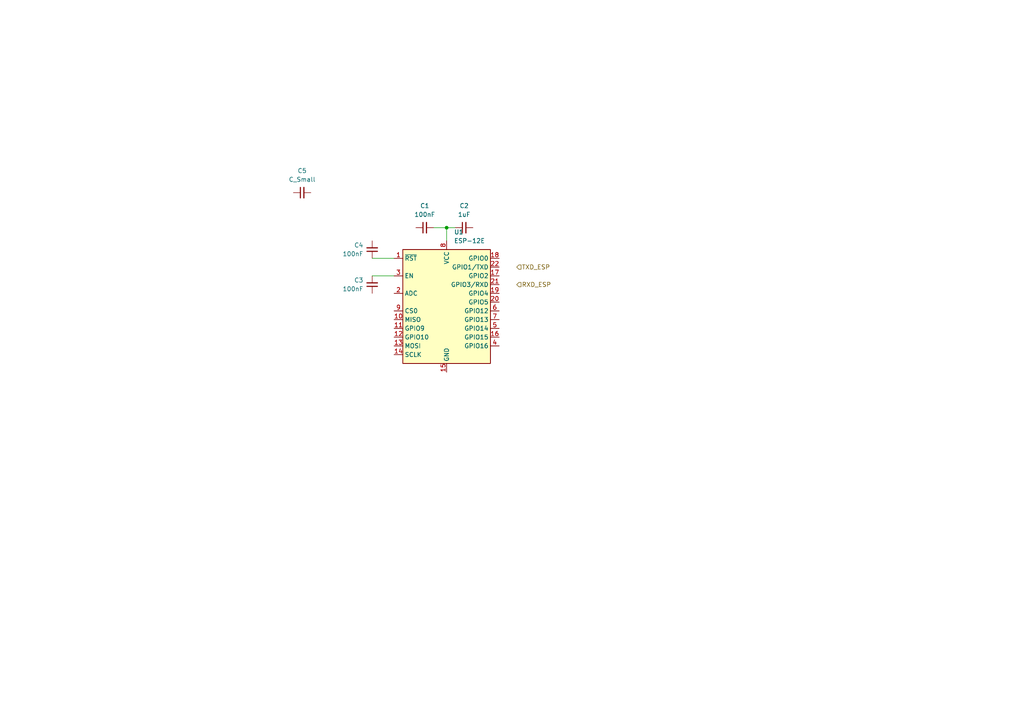
<source format=kicad_sch>
(kicad_sch (version 20250114) (generator "eeschema") (generator_version "9.0")
  (paper "A4")
  (lib_symbols
    (symbol "Device:C_Small" (pin_numbers (hide yes)) (pin_names (offset 0.254) (hide yes))
      (property "Reference" "C" (at 0.254 1.778 0))
      (property "Value" "C_Small" (at 0.254 -2.032 0))
      (symbol "C_Small_0_1"
        (polyline (pts (xy -1.524 0.508) (xy 1.524 0.508)) (stroke (width 0.3048)))
        (polyline (pts (xy -1.524 -0.508) (xy 1.524 -0.508)) (stroke (width 0.3302)))
      )
      (symbol "C_Small_1_1"
        (pin passive line (at 0 2.54 270) (length 2.032) (name "~") (number "1"))
        (pin passive line (at 0 -2.54 90) (length 2.032) (name "~") (number "2"))
      )
    )
    (symbol "RF_Module:ESP-12E"
      (property "Reference" "U" (at -12.7 19.05 0))
      (property "Value" "ESP-12E" (at 12.7 19.05 0))
      (symbol "ESP-12E_0_1"
        (rectangle (start -12.7 17.78) (end 12.7 -15.24) (stroke (width 0.254)) (fill (type background)))
      )
      (symbol "ESP-12E_1_1"
        (pin input line (at -15.24 15.24 0) (length 2.54) (name "~{RST}") (number "1"))
        (pin input line (at -15.24 10.16 0) (length 2.54) (name "EN") (number "3"))
        (pin input line (at -15.24 5.08 0) (length 2.54) (name "ADC") (number "2"))
        (pin input line (at -15.24 0 0) (length 2.54) (name "CS0") (number "9"))
        (pin bidirectional line (at -15.24 -2.54 0) (length 2.54) (name "MISO") (number "10"))
        (pin bidirectional line (at -15.24 -5.08 0) (length 2.54) (name "GPIO9") (number "11"))
        (pin bidirectional line (at -15.24 -7.62 0) (length 2.54) (name "GPIO10") (number "12"))
        (pin bidirectional line (at -15.24 -10.16 0) (length 2.54) (name "MOSI") (number "13"))
        (pin bidirectional line (at -15.24 -12.7 0) (length 2.54) (name "SCLK") (number "14"))
        (pin power_in line (at 0 20.32 270) (length 2.54) (name "VCC") (number "8"))
        (pin power_in line (at 0 -17.78 90) (length 2.54) (name "GND") (number "15"))
        (pin bidirectional line (at 15.24 15.24 180) (length 2.54) (name "GPIO0") (number "18"))
        (pin bidirectional line (at 15.24 12.7 180) (length 2.54) (name "GPIO1/TXD") (number "22"))
        (pin bidirectional line (at 15.24 10.16 180) (length 2.54) (name "GPIO2") (number "17"))
        (pin bidirectional line (at 15.24 7.62 180) (length 2.54) (name "GPIO3/RXD") (number "21"))
        (pin bidirectional line (at 15.24 5.08 180) (length 2.54) (name "GPIO4") (number "19"))
        (pin bidirectional line (at 15.24 2.54 180) (length 2.54) (name "GPIO5") (number "20"))
        (pin bidirectional line (at 15.24 0 180) (length 2.54) (name "GPIO12") (number "6"))
        (pin bidirectional line (at 15.24 -2.54 180) (length 2.54) (name "GPIO13") (number "7"))
        (pin bidirectional line (at 15.24 -5.08 180) (length 2.54) (name "GPIO14") (number "5"))
        (pin bidirectional line (at 15.24 -7.62 180) (length 2.54) (name "GPIO15") (number "16"))
        (pin bidirectional line (at 15.24 -10.16 180) (length 2.54) (name "GPIO16") (number "4"))
      )
    )
  )
  (junction (at 129.54 66.04))
  (wire (pts (xy 107.95 74.93) (xy 114.3 74.93)))
  (wire (pts (xy 125.73 66.04) (xy 129.54 66.04)))
  (wire (pts (xy 129.54 66.04) (xy 129.54 69.85)))
  (wire (pts (xy 107.95 80.01) (xy 114.3 80.01)))
  (wire (pts (xy 129.54 66.04) (xy 132.08 66.04)))
  (hierarchical_label "TXD_ESP" (shape input) (at 149.86 77.47 0))
  (hierarchical_label "RXD_ESP" (shape input) (at 149.86 82.55 0))
  (symbol (lib_id "Device:C_Small") (at 134.62 66.04 90) (unit 1)
    (property "Reference" "C2" (at 134.6263 59.69 90))
    (property "Value" "1uF" (at 134.6263 62.23 90))
    (property "Footprint" "Capacitor_THT:C_Disc_D7.5mm_W5.0mm_P5.00mm" (effects (hide yes)))
    (property "Description" "Unpolarized capacitor, small symbol" (effects (hide yes)))
  )
  (symbol (lib_id "Device:C_Small") (at 107.95 72.39 0) (mirror x) (unit 1)
    (property "Reference" "C4" (at 105.41 71.1135 0) (effects (justify right)))
    (property "Value" "100nF" (at 105.41 73.6535 0) (effects (justify right)))
    (property "Footprint" "Capacitor_THT:C_Disc_D7.5mm_W5.0mm_P5.00mm" (effects (hide yes)))
    (property "Description" "Unpolarized capacitor, small symbol" (effects (hide yes)))
  )
  (symbol (lib_id "Device:C_Small") (at 87.63 55.88 90) (unit 1)
    (property "Reference" "C5" (at 87.6363 49.53 90))
    (property "Value" "C_Small" (at 87.6363 52.07 90))
    (property "Footprint" "Capacitor_THT:C_Disc_D7.5mm_W5.0mm_P5.00mm" (effects (hide yes)))
    (property "Description" "Unpolarized capacitor, small symbol" (effects (hide yes)))
  )
  (symbol (lib_id "Device:C_Small") (at 123.19 66.04 90) (unit 1)
    (property "Reference" "C1" (at 123.1963 59.69 90))
    (property "Value" "100nF" (at 123.1963 62.23 90))
    (property "Footprint" "Capacitor_THT:C_Disc_D7.5mm_W5.0mm_P5.00mm" (effects (hide yes)))
    (property "Description" "Unpolarized capacitor, small symbol" (effects (hide yes)))
  )
  (symbol (lib_id "Device:C_Small") (at 107.95 82.55 0) (mirror x) (unit 1)
    (property "Reference" "C3" (at 105.41 81.2735 0) (effects (justify right)))
    (property "Value" "100nF" (at 105.41 83.8135 0) (effects (justify right)))
    (property "Footprint" "Capacitor_THT:C_Disc_D7.5mm_W5.0mm_P5.00mm" (effects (hide yes)))
    (property "Description" "Unpolarized capacitor, small symbol" (effects (hide yes)))
  )
  (symbol (lib_id "RF_Module:ESP-12E") (at 129.54 90.17 0) (unit 1)
    (property "Reference" "U1" (at 131.6833 67.31 0) (effects (justify left)))
    (property "Value" "ESP-12E" (at 131.6833 69.85 0) (effects (justify left)))
    (property "Footprint" "RF_Module:ESP-12E" (effects (hide yes)))
    (property "Datasheet" "http://wiki.ai-thinker.com/_media/esp8266/esp8266_series_modules_user_manual_v1.1.pdf" (effects (hide yes)))
    (property "Description" "802.11 b/g/n Wi-Fi Module" (effects (hide yes)))
  )
)
</source>
